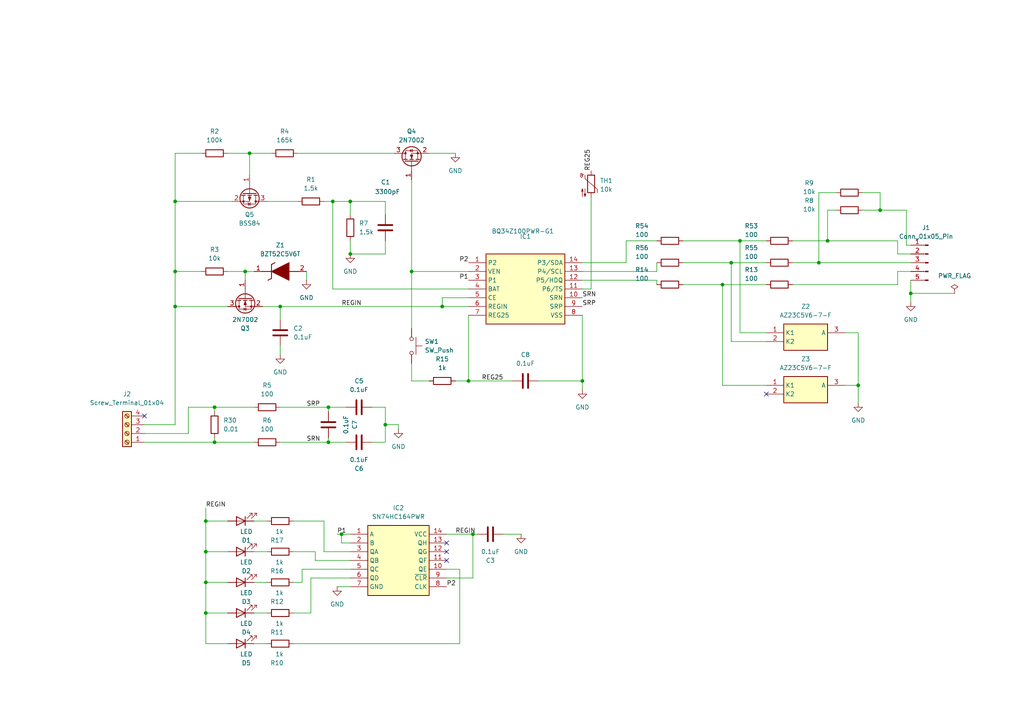
<source format=kicad_sch>
(kicad_sch (version 20250114) (generator "eeschema") (generator_version "9.0")
  (paper "A4")
  (lib_symbols
    (symbol "AZ23C5V6-7-F:AZ23C5V6-7-F"
      (property "Reference" "Z" (at 19.05 7.62 0))
      (property "Value" "AZ23C5V6-7-F" (at 19.05 5.08 0))
      (symbol "AZ23C5V6-7-F_1_1"
        (rectangle (start 5.08 2.54) (end 17.78 -5.08) (stroke (width 0.254)) (fill (type background)))
        (pin passive line (at 0 0 0) (length 5.08) (name "K1") (number "1"))
        (pin passive line (at 0 -2.54 0) (length 5.08) (name "K2") (number "2"))
        (pin passive line (at 22.86 0 180) (length 5.08) (name "A") (number "3"))
      )
    )
    (symbol "BQ34Z100PWR-G1:BQ34Z100PWR-G1"
      (property "Reference" "IC" (at 29.21 7.62 0))
      (property "Value" "BQ34Z100PWR-G1" (at 29.21 5.08 0))
      (symbol "BQ34Z100PWR-G1_1_1"
        (rectangle (start 5.08 2.54) (end 27.94 -17.78) (stroke (width 0.254)) (fill (type background)))
        (pin passive line (at 0 0 0) (length 5.08) (name "P2") (number "1"))
        (pin passive line (at 0 -2.54 0) (length 5.08) (name "VEN") (number "2"))
        (pin passive line (at 0 -5.08 0) (length 5.08) (name "P1") (number "3"))
        (pin passive line (at 0 -7.62 0) (length 5.08) (name "BAT") (number "4"))
        (pin passive line (at 0 -10.16 0) (length 5.08) (name "CE") (number "5"))
        (pin passive line (at 0 -12.7 0) (length 5.08) (name "REGIN") (number "6"))
        (pin passive line (at 0 -15.24 0) (length 5.08) (name "REG25") (number "7"))
        (pin passive line (at 33.02 0 180) (length 5.08) (name "P3/SDA") (number "14"))
        (pin passive line (at 33.02 -2.54 180) (length 5.08) (name "P4/SCL") (number "13"))
        (pin passive line (at 33.02 -5.08 180) (length 5.08) (name "P5/HDQ") (number "12"))
        (pin passive line (at 33.02 -7.62 180) (length 5.08) (name "P6/TS") (number "11"))
        (pin passive line (at 33.02 -10.16 180) (length 5.08) (name "SRN") (number "10"))
        (pin passive line (at 33.02 -12.7 180) (length 5.08) (name "SRP") (number "9"))
        (pin passive line (at 33.02 -15.24 180) (length 5.08) (name "VSS") (number "8"))
      )
    )
    (symbol "BZT52C5V6T:BZT52C5V6T" (pin_names (hide yes))
      (property "Reference" "Z" (at 10.16 8.89 0))
      (property "Value" "BZT52C5V6T" (at 10.16 6.35 0))
      (symbol "BZT52C5V6T_1_1"
        (polyline (pts (xy 2.54 0) (xy 5.08 0)) (stroke (width 0.254)))
        (polyline (pts (xy 4.064 -2.54) (xy 5.08 -2.032)) (stroke (width 0.254)))
        (polyline (pts (xy 5.08 2.032) (xy 5.08 -2.032)) (stroke (width 0.254)))
        (polyline (pts (xy 5.08 2.032) (xy 6.096 2.54)) (stroke (width 0.254)))
        (polyline (pts (xy 5.08 0) (xy 10.16 2.54) (xy 10.16 -2.54) (xy 5.08 0)) (stroke (width 0.254)) (fill (type outline)))
        (polyline (pts (xy 12.7 0) (xy 10.16 0)) (stroke (width 0.254)))
        (pin passive line (at 0 0 0) (length 2.54) (name "K") (number "1"))
        (pin passive line (at 15.24 0 180) (length 2.54) (name "A") (number "2"))
      )
    )
    (symbol "Connector:Conn_01x05_Pin" (pin_names (offset 1.016) (hide yes))
      (property "Reference" "J" (at 0 7.62 0))
      (property "Value" "Conn_01x05_Pin" (at 0 -7.62 0))
      (symbol "Conn_01x05_Pin_1_1"
        (rectangle (start 0.8636 5.207) (end 0 4.953) (stroke (width 0.1524)) (fill (type outline)))
        (rectangle (start 0.8636 2.667) (end 0 2.413) (stroke (width 0.1524)) (fill (type outline)))
        (rectangle (start 0.8636 0.127) (end 0 -0.127) (stroke (width 0.1524)) (fill (type outline)))
        (rectangle (start 0.8636 -2.413) (end 0 -2.667) (stroke (width 0.1524)) (fill (type outline)))
        (rectangle (start 0.8636 -4.953) (end 0 -5.207) (stroke (width 0.1524)) (fill (type outline)))
        (polyline (pts (xy 1.27 5.08) (xy 0.8636 5.08)) (stroke (width 0.1524)))
        (polyline (pts (xy 1.27 2.54) (xy 0.8636 2.54)) (stroke (width 0.1524)))
        (polyline (pts (xy 1.27 0) (xy 0.8636 0)) (stroke (width 0.1524)))
        (polyline (pts (xy 1.27 -2.54) (xy 0.8636 -2.54)) (stroke (width 0.1524)))
        (polyline (pts (xy 1.27 -5.08) (xy 0.8636 -5.08)) (stroke (width 0.1524)))
        (pin passive line (at 5.08 5.08 180) (length 3.81) (name "Pin_1") (number "1"))
        (pin passive line (at 5.08 2.54 180) (length 3.81) (name "Pin_2") (number "2"))
        (pin passive line (at 5.08 0 180) (length 3.81) (name "Pin_3") (number "3"))
        (pin passive line (at 5.08 -2.54 180) (length 3.81) (name "Pin_4") (number "4"))
        (pin passive line (at 5.08 -5.08 180) (length 3.81) (name "Pin_5") (number "5"))
      )
    )
    (symbol "Connector:Screw_Terminal_01x04" (pin_names (offset 1.016) (hide yes))
      (property "Reference" "J" (at 0 5.08 0))
      (property "Value" "Screw_Terminal_01x04" (at 0 -7.62 0))
      (symbol "Screw_Terminal_01x04_1_1"
        (rectangle (start -1.27 3.81) (end 1.27 -6.35) (stroke (width 0.254)) (fill (type background)))
        (polyline (pts (xy -0.5334 2.8702) (xy 0.3302 2.032)) (stroke (width 0.1524)))
        (polyline (pts (xy -0.5334 0.3302) (xy 0.3302 -0.508)) (stroke (width 0.1524)))
        (polyline (pts (xy -0.5334 -2.2098) (xy 0.3302 -3.048)) (stroke (width 0.1524)))
        (polyline (pts (xy -0.5334 -4.7498) (xy 0.3302 -5.588)) (stroke (width 0.1524)))
        (polyline (pts (xy -0.3556 3.048) (xy 0.508 2.2098)) (stroke (width 0.1524)))
        (polyline (pts (xy -0.3556 0.508) (xy 0.508 -0.3302)) (stroke (width 0.1524)))
        (polyline (pts (xy -0.3556 -2.032) (xy 0.508 -2.8702)) (stroke (width 0.1524)))
        (polyline (pts (xy -0.3556 -4.572) (xy 0.508 -5.4102)) (stroke (width 0.1524)))
        (circle (center 0 2.54) (radius 0.635) (stroke (width 0.1524)))
        (circle (center 0 0) (radius 0.635) (stroke (width 0.1524)))
        (circle (center 0 -2.54) (radius 0.635) (stroke (width 0.1524)))
        (circle (center 0 -5.08) (radius 0.635) (stroke (width 0.1524)))
        (pin passive line (at -5.08 2.54 0) (length 3.81) (name "Pin_1") (number "1"))
        (pin passive line (at -5.08 0 0) (length 3.81) (name "Pin_2") (number "2"))
        (pin passive line (at -5.08 -2.54 0) (length 3.81) (name "Pin_3") (number "3"))
        (pin passive line (at -5.08 -5.08 0) (length 3.81) (name "Pin_4") (number "4"))
      )
    )
    (symbol "Device:C" (pin_numbers (hide yes)) (pin_names (offset 0.254))
      (property "Reference" "C" (at 0.635 2.54 0))
      (property "Value" "C" (at 0.635 -2.54 0))
      (symbol "C_0_1"
        (polyline (pts (xy -2.032 0.762) (xy 2.032 0.762)) (stroke (width 0.508)))
        (polyline (pts (xy -2.032 -0.762) (xy 2.032 -0.762)) (stroke (width 0.508)))
      )
      (symbol "C_1_1"
        (pin passive line (at 0 3.81 270) (length 2.794) (name "~") (number "1"))
        (pin passive line (at 0 -3.81 90) (length 2.794) (name "~") (number "2"))
      )
    )
    (symbol "Device:LED" (pin_numbers (hide yes)) (pin_names (offset 1.016) (hide yes))
      (property "Reference" "D" (at 0 2.54 0))
      (property "Value" "LED" (at 0 -2.54 0))
      (symbol "LED_0_1"
        (polyline (pts (xy -3.048 -0.762) (xy -4.572 -2.286) (xy -3.81 -2.286) (xy -4.572 -2.286) (xy -4.572 -1.524)))
        (polyline (pts (xy -1.778 -0.762) (xy -3.302 -2.286) (xy -2.54 -2.286) (xy -3.302 -2.286) (xy -3.302 -1.524)))
        (polyline (pts (xy -1.27 0) (xy 1.27 0)))
        (polyline (pts (xy -1.27 -1.27) (xy -1.27 1.27)) (stroke (width 0.254)))
        (polyline (pts (xy 1.27 -1.27) (xy 1.27 1.27) (xy -1.27 0) (xy 1.27 -1.27)) (stroke (width 0.254)))
      )
      (symbol "LED_1_1"
        (pin passive line (at -3.81 0 0) (length 2.54) (name "K") (number "1"))
        (pin passive line (at 3.81 0 180) (length 2.54) (name "A") (number "2"))
      )
    )
    (symbol "Device:R" (pin_numbers (hide yes)) (pin_names (offset 0))
      (property "Reference" "R" (at 2.032 0 90))
      (property "Value" "R" (at 0 0 90))
      (symbol "R_0_1"
        (rectangle (start -1.016 -2.54) (end 1.016 2.54) (stroke (width 0.254)))
      )
      (symbol "R_1_1"
        (pin passive line (at 0 3.81 270) (length 1.27) (name "~") (number "1"))
        (pin passive line (at 0 -3.81 90) (length 1.27) (name "~") (number "2"))
      )
    )
    (symbol "Device:Thermistor_NTC" (pin_numbers (hide yes)) (pin_names (offset 0))
      (property "Reference" "TH" (at -4.445 0 90))
      (property "Value" "Thermistor_NTC" (at 3.175 0 90))
      (symbol "Thermistor_NTC_0_1"
        (arc (start -3.175 2.413) (mid -3.0506 2.3165) (end -3.048 2.159))
        (arc (start -3.048 2.794) (mid -2.9736 2.9736) (end -2.794 3.048))
        (arc (start -2.794 3.048) (mid -2.6144 2.9736) (end -2.54 2.794))
        (arc (start -2.794 2.54) (mid -2.9736 2.6144) (end -3.048 2.794))
        (arc (start -2.794 1.905) (mid -2.9736 1.9794) (end -3.048 2.159))
        (arc (start -2.54 2.159) (mid -2.6144 1.9794) (end -2.794 1.905))
        (arc (start -2.159 2.794) (mid -2.434 2.5608) (end -2.794 2.54))
        (polyline (pts (xy -2.54 2.159) (xy -2.54 2.794)))
        (polyline (pts (xy -2.54 -3.683) (xy -2.54 -1.397) (xy -2.794 -2.159) (xy -2.286 -2.159) (xy -2.54 -1.397) (xy -2.54 -1.651)) (fill (type outline)))
        (polyline (pts (xy -1.778 2.54) (xy -1.778 1.524) (xy 1.778 -1.524) (xy 1.778 -2.54)))
        (polyline (pts (xy -1.778 -1.397) (xy -1.778 -3.683) (xy -2.032 -2.921) (xy -1.524 -2.921) (xy -1.778 -3.683) (xy -1.778 -3.429)) (fill (type outline)))
        (rectangle (start -1.016 2.54) (end 1.016 -2.54) (stroke (width 0.254)))
      )
      (symbol "Thermistor_NTC_1_1"
        (pin passive line (at 0 3.81 270) (length 1.27) (name "~") (number "1"))
        (pin passive line (at 0 -3.81 90) (length 1.27) (name "~") (number "2"))
      )
    )
    (symbol "SN74HC164PWR:SN74HC164PWR"
      (property "Reference" "IC" (at 24.13 7.62 0))
      (property "Value" "SN74HC164PWR" (at 24.13 5.08 0))
      (symbol "SN74HC164PWR_1_1"
        (rectangle (start 5.08 2.54) (end 22.86 -17.78) (stroke (width 0.254)) (fill (type background)))
        (pin passive line (at 0 0 0) (length 5.08) (name "A") (number "1"))
        (pin passive line (at 0 -2.54 0) (length 5.08) (name "B") (number "2"))
        (pin passive line (at 0 -5.08 0) (length 5.08) (name "QA") (number "3"))
        (pin passive line (at 0 -7.62 0) (length 5.08) (name "QB") (number "4"))
        (pin passive line (at 0 -10.16 0) (length 5.08) (name "QC") (number "5"))
        (pin passive line (at 0 -12.7 0) (length 5.08) (name "QD") (number "6"))
        (pin passive line (at 0 -15.24 0) (length 5.08) (name "GND") (number "7"))
        (pin passive line (at 27.94 0 180) (length 5.08) (name "VCC") (number "14"))
        (pin passive line (at 27.94 -2.54 180) (length 5.08) (name "QH") (number "13"))
        (pin passive line (at 27.94 -5.08 180) (length 5.08) (name "QG") (number "12"))
        (pin passive line (at 27.94 -7.62 180) (length 5.08) (name "QF") (number "11"))
        (pin passive line (at 27.94 -10.16 180) (length 5.08) (name "QE") (number "10"))
        (pin passive line (at 27.94 -12.7 180) (length 5.08) (name "~{CLR}") (number "9"))
        (pin passive line (at 27.94 -15.24 180) (length 5.08) (name "CLK") (number "8"))
      )
    )
    (symbol "Switch:SW_Push" (pin_numbers (hide yes)) (pin_names (offset 1.016) (hide yes))
      (property "Reference" "SW" (at 1.27 2.54 0))
      (property "Value" "SW_Push" (at 0 -1.524 0))
      (symbol "SW_Push_0_1"
        (circle (center -2.032 0) (radius 0.508))
        (polyline (pts (xy 0 1.27) (xy 0 3.048)))
        (circle (center 2.032 0) (radius 0.508))
        (polyline (pts (xy 2.54 1.27) (xy -2.54 1.27)))
        (pin passive line (at -5.08 0 0) (length 2.54) (name "1") (number "1"))
        (pin passive line (at 5.08 0 180) (length 2.54) (name "2") (number "2"))
      )
    )
    (symbol "Transistor_FET:2N7002" (pin_names (offset 0) (hide yes))
      (property "Reference" "Q" (at 5.08 1.905 0))
      (property "Value" "2N7002" (at 5.08 0 0))
      (symbol "2N7002_0_1"
        (polyline (pts (xy 0.254 1.905) (xy 0.254 -1.905)) (stroke (width 0.254)))
        (polyline (pts (xy 0.254 0) (xy -2.54 0)))
        (polyline (pts (xy 0.762 2.286) (xy 0.762 1.27)) (stroke (width 0.254)))
        (polyline (pts (xy 0.762 0.508) (xy 0.762 -0.508)) (stroke (width 0.254)))
        (polyline (pts (xy 0.762 -1.27) (xy 0.762 -2.286)) (stroke (width 0.254)))
        (polyline (pts (xy 0.762 -1.778) (xy 3.302 -1.778) (xy 3.302 1.778) (xy 0.762 1.778)))
        (polyline (pts (xy 1.016 0) (xy 2.032 0.381) (xy 2.032 -0.381) (xy 1.016 0)) (fill (type outline)))
        (circle (center 1.651 0) (radius 2.794) (stroke (width 0.254)))
        (polyline (pts (xy 2.54 2.54) (xy 2.54 1.778)))
        (circle (center 2.54 1.778) (radius 0.254) (fill (type outline)))
        (circle (center 2.54 -1.778) (radius 0.254) (fill (type outline)))
        (polyline (pts (xy 2.54 -2.54) (xy 2.54 0) (xy 0.762 0)))
        (polyline (pts (xy 2.921 0.381) (xy 3.683 0.381)))
        (polyline (pts (xy 3.302 0.381) (xy 2.921 -0.254) (xy 3.683 -0.254) (xy 3.302 0.381)))
      )
      (symbol "2N7002_1_1"
        (pin input line (at -5.08 0 0) (length 2.54) (name "G") (number "1"))
        (pin passive line (at 2.54 5.08 270) (length 2.54) (name "D") (number "3"))
        (pin passive line (at 2.54 -5.08 90) (length 2.54) (name "S") (number "2"))
      )
    )
    (symbol "Transistor_FET:BSS84" (pin_names (hide yes))
      (property "Reference" "Q" (at 5.08 1.905 0))
      (property "Value" "BSS84" (at 5.08 0 0))
      (symbol "BSS84_0_1"
        (polyline (pts (xy 0.254 1.905) (xy 0.254 -1.905)) (stroke (width 0.254)))
        (polyline (pts (xy 0.254 0) (xy -2.54 0)))
        (polyline (pts (xy 0.762 2.286) (xy 0.762 1.27)) (stroke (width 0.254)))
        (polyline (pts (xy 0.762 1.778) (xy 3.302 1.778) (xy 3.302 -1.778) (xy 0.762 -1.778)))
        (polyline (pts (xy 0.762 0.508) (xy 0.762 -0.508)) (stroke (width 0.254)))
        (polyline (pts (xy 0.762 -1.27) (xy 0.762 -2.286)) (stroke (width 0.254)))
        (circle (center 1.651 0) (radius 2.794) (stroke (width 0.254)))
        (polyline (pts (xy 2.286 0) (xy 1.27 0.381) (xy 1.27 -0.381) (xy 2.286 0)) (fill (type outline)))
        (polyline (pts (xy 2.54 2.54) (xy 2.54 1.778)))
        (circle (center 2.54 1.778) (radius 0.254) (fill (type outline)))
        (circle (center 2.54 -1.778) (radius 0.254) (fill (type outline)))
        (polyline (pts (xy 2.54 -2.54) (xy 2.54 0) (xy 0.762 0)))
        (polyline (pts (xy 2.794 -0.508) (xy 2.921 -0.381) (xy 3.683 -0.381) (xy 3.81 -0.254)))
        (polyline (pts (xy 3.302 -0.381) (xy 2.921 0.254) (xy 3.683 0.254) (xy 3.302 -0.381)))
      )
      (symbol "BSS84_1_1"
        (pin input line (at -5.08 0 0) (length 2.54) (name "G") (number "1"))
        (pin passive line (at 2.54 5.08 270) (length 2.54) (name "D") (number "3"))
        (pin passive line (at 2.54 -5.08 90) (length 2.54) (name "S") (number "2"))
      )
    )
    (symbol "power:GND" (power) (pin_numbers (hide yes)) (pin_names (offset 0) (hide yes))
      (property "Value" "GND" (at 0 -3.81 0))
      (symbol "GND_0_1"
        (polyline (pts (xy 0 0) (xy 0 -1.27) (xy 1.27 -1.27) (xy 0 -2.54) (xy -1.27 -1.27) (xy 0 -1.27)))
      )
      (symbol "GND_1_1"
        (pin power_in line (at 0 0 270) (length 0) (name "~") (number "1"))
      )
    )
    (symbol "power:PWR_FLAG" (power) (pin_numbers (hide yes)) (pin_names (offset 0) (hide yes))
      (property "Value" "PWR_FLAG" (at 0 3.81 0))
      (symbol "PWR_FLAG_0_0"
        (pin power_out line (at 0 0 90) (length 0) (name "~") (number "1"))
      )
      (symbol "PWR_FLAG_0_1"
        (polyline (pts (xy 0 0) (xy 0 1.27) (xy -1.016 1.905) (xy 0 2.54) (xy 1.016 1.905) (xy 0 1.27)))
      )
    )
  )
  (junction (at 101.6 58.42))
  (junction (at 59.69 160.02))
  (junction (at 240.03 69.85))
  (junction (at 72.39 44.45))
  (junction (at 81.28 88.9))
  (junction (at 137.16 154.94))
  (junction (at 59.69 168.91))
  (junction (at 95.25 128.27))
  (junction (at 71.12 78.74))
  (junction (at 119.38 78.74))
  (junction (at 111.76 123.19))
  (junction (at 99.06 154.94))
  (junction (at 128.27 88.9))
  (junction (at 96.52 58.42))
  (junction (at 50.8 78.74))
  (junction (at 255.27 60.96))
  (junction (at 237.49 76.2))
  (junction (at 62.23 118.11))
  (junction (at 50.8 58.42))
  (junction (at 248.92 111.76))
  (junction (at 101.6 73.66))
  (junction (at 50.8 88.9))
  (junction (at 168.91 110.49))
  (junction (at 214.63 69.85))
  (junction (at 212.09 76.2))
  (junction (at 95.25 118.11))
  (junction (at 62.23 128.27))
  (junction (at 264.16 85.09))
  (junction (at 59.69 151.13))
  (junction (at 135.89 110.49))
  (junction (at 59.69 177.8))
  (junction (at 209.55 82.55))
  (no_connect (at 129.54 157.48))
  (no_connect (at 222.25 114.3))
  (no_connect (at 129.54 160.02))
  (no_connect (at 41.91 120.65))
  (no_connect (at 129.54 162.56))
  (wire (pts (xy 73.66 186.69) (xy 77.47 186.69)))
  (wire (pts (xy 264.16 81.28) (xy 264.16 85.09)))
  (wire (pts (xy 59.69 151.13) (xy 66.04 151.13)))
  (wire (pts (xy 260.35 73.66) (xy 264.16 73.66)))
  (wire (pts (xy 99.06 154.94) (xy 101.6 154.94)))
  (wire (pts (xy 111.76 123.19) (xy 111.76 128.27)))
  (wire (pts (xy 124.46 44.45) (xy 132.08 44.45)))
  (wire (pts (xy 262.89 71.12) (xy 262.89 60.96)))
  (wire (pts (xy 59.69 168.91) (xy 59.69 177.8)))
  (wire (pts (xy 73.66 177.8) (xy 77.47 177.8)))
  (wire (pts (xy 101.6 58.42) (xy 111.76 58.42)))
  (wire (pts (xy 255.27 55.88) (xy 255.27 60.96)))
  (wire (pts (xy 96.52 58.42) (xy 101.6 58.42)))
  (wire (pts (xy 248.92 111.76) (xy 248.92 116.84)))
  (wire (pts (xy 59.69 160.02) (xy 59.69 168.91)))
  (wire (pts (xy 50.8 58.42) (xy 50.8 78.74)))
  (wire (pts (xy 54.61 125.73) (xy 41.91 125.73)))
  (wire (pts (xy 62.23 128.27) (xy 41.91 128.27)))
  (wire (pts (xy 264.16 85.09) (xy 264.16 87.63)))
  (wire (pts (xy 119.38 110.49) (xy 124.46 110.49)))
  (wire (pts (xy 250.19 60.96) (xy 255.27 60.96)))
  (wire (pts (xy 137.16 167.64) (xy 137.16 154.94)))
  (wire (pts (xy 168.91 81.28) (xy 190.5 81.28)))
  (wire (pts (xy 99.06 157.48) (xy 99.06 154.94)))
  (wire (pts (xy 168.91 83.82) (xy 171.45 83.82)))
  (wire (pts (xy 245.11 111.76) (xy 248.92 111.76)))
  (wire (pts (xy 264.16 71.12) (xy 262.89 71.12)))
  (wire (pts (xy 115.57 124.46) (xy 115.57 123.19)))
  (wire (pts (xy 222.25 99.06) (xy 212.09 99.06)))
  (wire (pts (xy 62.23 127) (xy 62.23 128.27)))
  (wire (pts (xy 128.27 88.9) (xy 135.89 88.9)))
  (wire (pts (xy 85.09 168.91) (xy 87.63 168.91)))
  (wire (pts (xy 137.16 154.94) (xy 138.43 154.94)))
  (wire (pts (xy 66.04 186.69) (xy 59.69 186.69)))
  (wire (pts (xy 101.6 157.48) (xy 99.06 157.48)))
  (wire (pts (xy 156.21 110.49) (xy 168.91 110.49)))
  (wire (pts (xy 260.35 69.85) (xy 260.35 73.66)))
  (wire (pts (xy 50.8 44.45) (xy 58.42 44.45)))
  (wire (pts (xy 85.09 151.13) (xy 93.98 151.13)))
  (wire (pts (xy 62.23 118.11) (xy 62.23 119.38)))
  (wire (pts (xy 71.12 78.74) (xy 73.66 78.74)))
  (wire (pts (xy 248.92 96.52) (xy 248.92 111.76)))
  (wire (pts (xy 171.45 83.82) (xy 171.45 57.15)))
  (wire (pts (xy 66.04 88.9) (xy 50.8 88.9)))
  (wire (pts (xy 111.76 58.42) (xy 111.76 62.23)))
  (wire (pts (xy 190.5 81.28) (xy 190.5 82.55)))
  (wire (pts (xy 214.63 69.85) (xy 222.25 69.85)))
  (wire (pts (xy 214.63 69.85) (xy 214.63 96.52)))
  (wire (pts (xy 76.2 88.9) (xy 81.28 88.9)))
  (wire (pts (xy 96.52 83.82) (xy 96.52 58.42)))
  (wire (pts (xy 111.76 118.11) (xy 111.76 123.19)))
  (wire (pts (xy 146.05 154.94) (xy 151.13 154.94)))
  (wire (pts (xy 212.09 76.2) (xy 222.25 76.2)))
  (wire (pts (xy 86.36 44.45) (xy 114.3 44.45)))
  (wire (pts (xy 264.16 85.09) (xy 276.86 85.09)))
  (wire (pts (xy 93.98 160.02) (xy 101.6 160.02)))
  (wire (pts (xy 73.66 160.02) (xy 77.47 160.02)))
  (wire (pts (xy 72.39 44.45) (xy 78.74 44.45)))
  (wire (pts (xy 222.25 111.76) (xy 209.55 111.76)))
  (wire (pts (xy 54.61 118.11) (xy 54.61 125.73)))
  (wire (pts (xy 71.12 81.28) (xy 71.12 78.74)))
  (wire (pts (xy 168.91 110.49) (xy 168.91 113.03)))
  (wire (pts (xy 95.25 118.11) (xy 95.25 119.38)))
  (wire (pts (xy 95.25 127) (xy 95.25 128.27)))
  (wire (pts (xy 101.6 69.85) (xy 101.6 73.66)))
  (wire (pts (xy 81.28 88.9) (xy 128.27 88.9)))
  (wire (pts (xy 240.03 69.85) (xy 260.35 69.85)))
  (wire (pts (xy 111.76 73.66) (xy 111.76 69.85)))
  (wire (pts (xy 81.28 88.9) (xy 81.28 92.71)))
  (wire (pts (xy 58.42 78.74) (xy 50.8 78.74)))
  (wire (pts (xy 85.09 160.02) (xy 91.44 160.02)))
  (wire (pts (xy 50.8 78.74) (xy 50.8 88.9)))
  (wire (pts (xy 240.03 60.96) (xy 240.03 69.85)))
  (wire (pts (xy 101.6 58.42) (xy 101.6 62.23)))
  (wire (pts (xy 229.87 82.55) (xy 260.35 82.55)))
  (wire (pts (xy 77.47 58.42) (xy 86.36 58.42)))
  (wire (pts (xy 198.12 82.55) (xy 209.55 82.55)))
  (wire (pts (xy 93.98 58.42) (xy 96.52 58.42)))
  (wire (pts (xy 181.61 69.85) (xy 190.5 69.85)))
  (wire (pts (xy 255.27 60.96) (xy 262.89 60.96)))
  (wire (pts (xy 168.91 76.2) (xy 181.61 76.2)))
  (wire (pts (xy 255.27 55.88) (xy 250.19 55.88)))
  (wire (pts (xy 73.66 128.27) (xy 62.23 128.27)))
  (wire (pts (xy 59.69 147.32) (xy 59.69 151.13)))
  (wire (pts (xy 135.89 91.44) (xy 135.89 110.49)))
  (wire (pts (xy 91.44 162.56) (xy 101.6 162.56)))
  (wire (pts (xy 133.35 165.1) (xy 129.54 165.1)))
  (wire (pts (xy 129.54 154.94) (xy 137.16 154.94)))
  (wire (pts (xy 198.12 69.85) (xy 214.63 69.85)))
  (wire (pts (xy 81.28 128.27) (xy 95.25 128.27)))
  (wire (pts (xy 135.89 110.49) (xy 148.59 110.49)))
  (wire (pts (xy 260.35 78.74) (xy 264.16 78.74)))
  (wire (pts (xy 59.69 151.13) (xy 59.69 160.02)))
  (wire (pts (xy 93.98 151.13) (xy 93.98 160.02)))
  (wire (pts (xy 135.89 83.82) (xy 96.52 83.82)))
  (wire (pts (xy 237.49 76.2) (xy 264.16 76.2)))
  (wire (pts (xy 115.57 123.19) (xy 111.76 123.19)))
  (wire (pts (xy 59.69 160.02) (xy 66.04 160.02)))
  (wire (pts (xy 87.63 168.91) (xy 87.63 165.1)))
  (wire (pts (xy 229.87 76.2) (xy 237.49 76.2)))
  (wire (pts (xy 41.91 123.19) (xy 50.8 123.19)))
  (wire (pts (xy 59.69 168.91) (xy 66.04 168.91)))
  (wire (pts (xy 73.66 151.13) (xy 77.47 151.13)))
  (wire (pts (xy 95.25 128.27) (xy 100.33 128.27)))
  (wire (pts (xy 97.79 154.94) (xy 99.06 154.94)))
  (wire (pts (xy 245.11 96.52) (xy 248.92 96.52)))
  (wire (pts (xy 128.27 86.36) (xy 128.27 88.9)))
  (wire (pts (xy 88.9 78.74) (xy 88.9 81.28)))
  (wire (pts (xy 133.35 186.69) (xy 133.35 165.1)))
  (wire (pts (xy 107.95 118.11) (xy 111.76 118.11)))
  (wire (pts (xy 135.89 86.36) (xy 128.27 86.36)))
  (wire (pts (xy 119.38 52.07) (xy 119.38 78.74)))
  (wire (pts (xy 129.54 167.64) (xy 137.16 167.64)))
  (wire (pts (xy 229.87 69.85) (xy 240.03 69.85)))
  (wire (pts (xy 212.09 76.2) (xy 212.09 99.06)))
  (wire (pts (xy 71.12 78.74) (xy 66.04 78.74)))
  (wire (pts (xy 85.09 177.8) (xy 90.17 177.8)))
  (wire (pts (xy 190.5 78.74) (xy 190.5 76.2)))
  (wire (pts (xy 237.49 55.88) (xy 237.49 76.2)))
  (wire (pts (xy 90.17 167.64) (xy 101.6 167.64)))
  (wire (pts (xy 260.35 82.55) (xy 260.35 78.74)))
  (wire (pts (xy 81.28 100.33) (xy 81.28 102.87)))
  (wire (pts (xy 95.25 118.11) (xy 100.33 118.11)))
  (wire (pts (xy 87.63 165.1) (xy 101.6 165.1)))
  (wire (pts (xy 59.69 177.8) (xy 66.04 177.8)))
  (wire (pts (xy 222.25 96.52) (xy 214.63 96.52)))
  (wire (pts (xy 101.6 73.66) (xy 111.76 73.66)))
  (wire (pts (xy 242.57 60.96) (xy 240.03 60.96)))
  (wire (pts (xy 119.38 105.41) (xy 119.38 110.49)))
  (wire (pts (xy 81.28 118.11) (xy 95.25 118.11)))
  (wire (pts (xy 66.04 44.45) (xy 72.39 44.45)))
  (wire (pts (xy 209.55 82.55) (xy 209.55 111.76)))
  (wire (pts (xy 198.12 76.2) (xy 212.09 76.2)))
  (wire (pts (xy 132.08 110.49) (xy 135.89 110.49)))
  (wire (pts (xy 97.79 170.18) (xy 101.6 170.18)))
  (wire (pts (xy 59.69 177.8) (xy 59.69 186.69)))
  (wire (pts (xy 181.61 76.2) (xy 181.61 69.85)))
  (wire (pts (xy 67.31 58.42) (xy 50.8 58.42)))
  (wire (pts (xy 168.91 91.44) (xy 168.91 110.49)))
  (wire (pts (xy 111.76 128.27) (xy 107.95 128.27)))
  (wire (pts (xy 73.66 168.91) (xy 77.47 168.91)))
  (wire (pts (xy 72.39 44.45) (xy 72.39 50.8)))
  (wire (pts (xy 85.09 186.69) (xy 133.35 186.69)))
  (wire (pts (xy 209.55 82.55) (xy 222.25 82.55)))
  (wire (pts (xy 91.44 160.02) (xy 91.44 162.56)))
  (wire (pts (xy 50.8 123.19) (xy 50.8 88.9)))
  (wire (pts (xy 242.57 55.88) (xy 237.49 55.88)))
  (wire (pts (xy 73.66 118.11) (xy 62.23 118.11)))
  (wire (pts (xy 119.38 78.74) (xy 119.38 95.25)))
  (wire (pts (xy 90.17 177.8) (xy 90.17 167.64)))
  (wire (pts (xy 119.38 78.74) (xy 135.89 78.74)))
  (wire (pts (xy 50.8 44.45) (xy 50.8 58.42)))
  (wire (pts (xy 62.23 118.11) (xy 54.61 118.11)))
  (wire (pts (xy 168.91 78.74) (xy 190.5 78.74)))
  (label "SRP" (at 168.91 88.9 0))
  (label "REGIN" (at 99.06 88.9 0))
  (label "SRN" (at 88.9 128.27 0))
  (label "REGIN" (at 59.69 147.32 0))
  (label "REGIN" (at 132.08 154.94 0))
  (label "SRN" (at 168.91 86.36 0))
  (label "REG25" (at 139.7 110.49 0))
  (label "P1" (at 97.79 154.94 0))
  (label "P1" (at 135.89 81.28 180))
  (label "REG25" (at 171.45 49.53 90))
  (label "P2" (at 135.89 76.2 180))
  (label "SRP" (at 88.9 118.11 0))
  (label "P2" (at 129.54 170.18 0))
  (symbol (lib_id "Device:R") (at 246.38 55.88 90) (unit 1)
    (property "Reference" "R9" (at 234.696 53.086 90))
    (property "Value" "10k" (at 234.696 55.626 90))
    (property "Footprint" "Resistor_SMD:R_1206_3216Metric_Pad1.30x1.75mm_HandSolder" (effects (hide yes)))
    (property "Description" "Resistor" (effects (hide yes)))
  )
  (symbol (lib_id "Device:C") (at 111.76 66.04 0) (unit 1)
    (property "Reference" "C1" (at 110.49 52.832 0) (effects (justify left)))
    (property "Value" "3300pF" (at 108.712 55.626 0) (effects (justify left)))
    (property "Footprint" "Capacitor_SMD:C_1206_3216Metric_Pad1.33x1.80mm_HandSolder" (effects (hide yes)))
    (property "Description" "Unpolarized capacitor" (effects (hide yes)))
  )
  (symbol (lib_id "Connector:Screw_Terminal_01x04") (at 36.83 125.73 180) (unit 1)
    (property "Reference" "J2" (at 36.83 114.3 0))
    (property "Value" "Screw_Terminal_01x04" (at 36.83 116.84 0))
    (property "Footprint" "TerminalBlock_MetzConnect:TerminalBlock_MetzConnect_Type055_RT01504HDWU_1x04_P5.00mm_Horizontal" (effects (hide yes)))
    (property "Description" "Generic screw terminal, single row, 01x04, script generated (kicad-library-utils/schlib/autogen/connector/)" (effects (hide yes)))
  )
  (symbol (lib_id "Device:R") (at 77.47 128.27 90) (unit 1)
    (property "Reference" "R6" (at 77.47 121.92 90))
    (property "Value" "100" (at 77.47 124.46 90))
    (property "Footprint" "Resistor_SMD:R_1206_3216Metric_Pad1.30x1.75mm_HandSolder" (effects (hide yes)))
    (property "Description" "Resistor" (effects (hide yes)))
  )
  (symbol (lib_id "Device:R") (at 62.23 78.74 90) (unit 1)
    (property "Reference" "R3" (at 62.23 72.39 90))
    (property "Value" "10k" (at 62.23 74.93 90))
    (property "Footprint" "Resistor_SMD:R_1206_3216Metric_Pad1.30x1.75mm_HandSolder" (effects (hide yes)))
    (property "Description" "Resistor" (effects (hide yes)))
  )
  (symbol (lib_id "Transistor_FET:BSS84") (at 72.39 55.88 270) (unit 1)
    (property "Reference" "Q5" (at 72.39 62.23 90))
    (property "Value" "BSS84" (at 72.39 64.77 90))
    (property "Footprint" "Package_TO_SOT_SMD:SOT-23" (effects (hide yes)))
    (property "Datasheet" "http://assets.nexperia.com/documents/data-sheet/BSS84.pdf" (effects (hide yes)))
    (property "Description" "-0.13A Id, -50V Vds, P-Channel MOSFET, SOT-23" (effects (hide yes)))
  )
  (symbol (lib_id "power:GND") (at 264.16 87.63 0) (unit 1)
    (property "Reference" "#PWR01" (effects (hide yes)))
    (property "Value" "GND" (at 264.16 92.71 0))
    (property "Description" "Power symbol creates a global label with name \"GND\" , ground" (effects (hide yes)))
  )
  (symbol (lib_id "BQ34Z100PWR-G1:BQ34Z100PWR-G1") (at 135.89 76.2 0) (unit 1)
    (property "Reference" "IC1" (at 152.4 68.58 0))
    (property "Value" "BQ34Z100PWR-G1" (at 151.638 67.056 0))
    (property "Footprint" "KiCad:SOP65P640X120-14N" (effects (hide yes)))
    (property "Datasheet" "http://www.ti.com/lit/ds/symlink/bq34z100-g1.pdf" (effects (hide yes)))
    (property "Description" "Multi-Chemistry Impedance Track Standalone Fuel Gauge | Battery Gas Gauge" (effects (hide yes)))
    (property "Description_1" "Multi-Chemistry Impedance Track Standalone Fuel Gauge | Battery Gas Gauge" (effects (hide yes)))
    (property "Height" "1.2" (effects (hide yes)))
    (property "Manufacturer_Name" "Texas Instruments" (effects (hide yes)))
    (property "Manufacturer_Part_Number" "BQ34Z100PWR-G1" (effects (hide yes)))
    (property "Mouser Part Number" "595-BQ34Z100PWR-G1" (effects (hide yes)))
    (property "Mouser Price/Stock" "https://www.mouser.co.uk/ProductDetail/Texas-Instruments/BQ34Z100PWR-G1?qs=igE0IiKpbrGE%2FNmDcdE48w%3D%3D" (effects (hide yes)))
    (property "Arrow Part Number" "BQ34Z100PWR-G1" (effects (hide yes)))
    (property "Arrow Price/Stock" "https://www.arrow.com/en/products/bq34z100pwr-g1/texas-instruments?utm_currency=USD&region=nac" (effects (hide yes)))
  )
  (symbol (lib_id "Device:R") (at 226.06 76.2 90) (unit 1)
    (property "Reference" "R55" (at 217.932 71.882 90))
    (property "Value" "100" (at 217.932 74.422 90))
    (property "Footprint" "Resistor_SMD:R_1206_3216Metric_Pad1.30x1.75mm_HandSolder" (effects (hide yes)))
    (property "Description" "Resistor" (effects (hide yes)))
  )
  (symbol (lib_id "AZ23C5V6-7-F:AZ23C5V6-7-F") (at 222.25 111.76 0) (unit 1)
    (property "Reference" "Z3" (at 233.68 104.14 0))
    (property "Value" "AZ23C5V6-7-F" (at 233.68 106.68 0))
    (property "Footprint" "KiCad:SOT96P240X115-3N" (effects (hide yes)))
    (property "Datasheet" "https://www.diodes.com//assets/Datasheets/AZ23C2V7-AZ23C51.pdf" (effects (hide yes)))
    (property "Description" "Diode Zener 5.6V 5% 300mW SOT23 Diodes Inc AZ23C5V6-7-F Dual Zener Diode, Common Anode, 5.6V 5% 0.3 W SMT 3-Pin SOT-23" (effects (hide yes)))
    (property "Height" "1.15" (effects (hide yes)))
    (property "Manufacturer_Name" "Diodes Incorporated" (effects (hide yes)))
    (property "Manufacturer_Part_Number" "AZ23C5V6-7-F" (effects (hide yes)))
    (property "Mouser Part Number" "621-AZ23C5V6-F" (effects (hide yes)))
    (property "Mouser Price/Stock" "https://www.mouser.co.uk/ProductDetail/Diodes-Incorporated/AZ23C5V6-7-F?qs=xQ7EkeYTsWGNI9v36qvVFw%3D%3D" (effects (hide yes)))
    (property "Arrow Part Number" "AZ23C5V6-7-F" (effects (hide yes)))
    (property "Arrow Price/Stock" "https://www.arrow.com/en/products/az23c5v6-7-f/diodes-incorporated?utm_currency=USD&region=nac" (effects (hide yes)))
  )
  (symbol (lib_id "Device:R") (at 62.23 123.19 180) (unit 1)
    (property "Reference" "R30" (at 64.77 121.9199 0) (effects (justify right)))
    (property "Value" "0.01" (at 64.77 124.4599 0) (effects (justify right)))
    (property "Footprint" "Resistor_SMD:R_1206_3216Metric_Pad1.30x1.75mm_HandSolder" (effects (hide yes)))
    (property "Description" "Resistor" (effects (hide yes)))
  )
  (symbol (lib_id "Device:R") (at 226.06 82.55 90) (unit 1)
    (property "Reference" "R13" (at 217.932 78.232 90))
    (property "Value" "100" (at 217.932 80.772 90))
    (property "Footprint" "Resistor_SMD:R_1206_3216Metric_Pad1.30x1.75mm_HandSolder" (effects (hide yes)))
    (property "Description" "Resistor" (effects (hide yes)))
  )
  (symbol (lib_id "power:GND") (at 101.6 73.66 0) (unit 1)
    (property "Reference" "#PWR05" (effects (hide yes)))
    (property "Value" "GND" (at 101.6 78.74 0))
    (property "Description" "Power symbol creates a global label with name \"GND\" , ground" (effects (hide yes)))
  )
  (symbol (lib_id "Device:R") (at 90.17 58.42 90) (unit 1)
    (property "Reference" "R1" (at 90.17 52.07 90))
    (property "Value" "1.5k" (at 90.17 54.61 90))
    (property "Footprint" "Resistor_SMD:R_1206_3216Metric_Pad1.30x1.75mm_HandSolder" (effects (hide yes)))
    (property "Description" "Resistor" (effects (hide yes)))
  )
  (symbol (lib_id "Device:R") (at 101.6 66.04 0) (unit 1)
    (property "Reference" "R7" (at 104.14 64.7699 0) (effects (justify left)))
    (property "Value" "1.5k" (at 104.14 67.3099 0) (effects (justify left)))
    (property "Footprint" "Resistor_SMD:R_1206_3216Metric_Pad1.30x1.75mm_HandSolder" (effects (hide yes)))
    (property "Description" "Resistor" (effects (hide yes)))
  )
  (symbol (lib_id "Transistor_FET:2N7002") (at 71.12 86.36 90) (mirror x) (unit 1)
    (property "Reference" "Q3" (at 71.12 95.25 90))
    (property "Value" "2N7002" (at 71.12 92.71 90))
    (property "Footprint" "Package_TO_SOT_SMD:SOT-23" (effects (hide yes)))
    (property "Datasheet" "https://www.onsemi.com/pub/Collateral/NDS7002A-D.PDF" (effects (hide yes)))
    (property "Description" "0.115A Id, 60V Vds, N-Channel MOSFET, SOT-23" (effects (hide yes)))
  )
  (symbol (lib_id "Device:LED") (at 69.85 177.8 180) (unit 1)
    (property "Reference" "D4" (at 71.4375 183.388 0))
    (property "Value" "LED" (at 71.4375 180.848 0))
    (property "Footprint" "Resistor_SMD:R_1206_3216Metric_Pad1.30x1.75mm_HandSolder" (effects (hide yes)))
    (property "Description" "Light emitting diode" (effects (hide yes)))
    (property "Sim.Pins" "1=K 2=A" (effects (hide yes)))
  )
  (symbol (lib_id "Device:LED") (at 69.85 160.02 180) (unit 1)
    (property "Reference" "D2" (at 71.4375 165.608 0))
    (property "Value" "LED" (at 71.4375 163.068 0))
    (property "Footprint" "Resistor_SMD:R_1206_3216Metric_Pad1.30x1.75mm_HandSolder" (effects (hide yes)))
    (property "Description" "Light emitting diode" (effects (hide yes)))
    (property "Sim.Pins" "1=K 2=A" (effects (hide yes)))
  )
  (symbol (lib_id "SN74HC164PWR:SN74HC164PWR") (at 101.6 154.94 0) (unit 1)
    (property "Reference" "IC2" (at 115.57 147.32 0))
    (property "Value" "SN74HC164PWR" (at 115.57 149.86 0))
    (property "Footprint" "KiCad:SOP65P640X120-14N" (effects (hide yes)))
    (property "Datasheet" "http://www.ti.com/lit/gpn/sn74hc164" (effects (hide yes)))
    (property "Description" "8-Bit Parallel-Out Serial Shift Registers" (effects (hide yes)))
    (property "Height" "1.2" (effects (hide yes)))
    (property "Manufacturer_Name" "Texas Instruments" (effects (hide yes)))
    (property "Manufacturer_Part_Number" "SN74HC164PWR" (effects (hide yes)))
    (property "Mouser Part Number" "595-SN74HC164PWR" (effects (hide yes)))
    (property "Mouser Price/Stock" "https://www.mouser.co.uk/ProductDetail/Texas-Instruments/SN74HC164PWR?qs=rgxfVHSNRPUUA6cIRqtUEQ%3D%3D" (effects (hide yes)))
    (property "Arrow Part Number" "SN74HC164PWR" (effects (hide yes)))
    (property "Arrow Price/Stock" "https://www.arrow.com/en/products/sn74hc164pwr/texas-instruments?utm_currency=USD&region=nac" (effects (hide yes)))
  )
  (symbol (lib_id "Device:C") (at 104.14 128.27 270) (unit 1)
    (property "Reference" "C6" (at 104.14 135.89 90))
    (property "Value" "0.1uF" (at 104.14 133.35 90))
    (property "Footprint" "Capacitor_SMD:C_1206_3216Metric_Pad1.33x1.80mm_HandSolder" (effects (hide yes)))
    (property "Description" "Unpolarized capacitor" (effects (hide yes)))
  )
  (symbol (lib_id "Device:C") (at 152.4 110.49 90) (unit 1)
    (property "Reference" "C8" (at 152.4 102.87 90))
    (property "Value" "0.1uF" (at 152.4 105.41 90))
    (property "Footprint" "Capacitor_SMD:C_1206_3216Metric_Pad1.33x1.80mm_HandSolder" (effects (hide yes)))
    (property "Description" "Unpolarized capacitor" (effects (hide yes)))
  )
  (symbol (lib_id "Connector:Conn_01x05_Pin") (at 269.24 76.2 0) (mirror y) (unit 1)
    (property "Reference" "J1" (at 268.605 66.04 0))
    (property "Value" "Conn_01x05_Pin" (at 268.605 68.58 0))
    (property "Footprint" "Connector_PinHeader_2.54mm:PinHeader_1x05_P2.54mm_Vertical" (effects (hide yes)))
    (property "Description" "Generic connector, single row, 01x05, script generated" (effects (hide yes)))
  )
  (symbol (lib_id "power:GND") (at 168.91 113.03 0) (unit 1)
    (property "Reference" "#PWR07" (effects (hide yes)))
    (property "Value" "GND" (at 168.91 118.11 0))
    (property "Description" "Power symbol creates a global label with name \"GND\" , ground" (effects (hide yes)))
  )
  (symbol (lib_id "Device:R") (at 81.28 186.69 270) (unit 1)
    (property "Reference" "R10" (at 82.296 192.278 90) (effects (justify right)))
    (property "Value" "1k" (at 82.296 189.738 90) (effects (justify right)))
    (property "Footprint" "Resistor_SMD:R_1206_3216Metric_Pad1.30x1.75mm_HandSolder" (effects (hide yes)))
    (property "Description" "Resistor" (effects (hide yes)))
  )
  (symbol (lib_id "Device:C") (at 104.14 118.11 90) (unit 1)
    (property "Reference" "C5" (at 104.14 110.49 90))
    (property "Value" "0.1uF" (at 104.14 113.03 90))
    (property "Footprint" "Capacitor_SMD:C_1206_3216Metric_Pad1.33x1.80mm_HandSolder" (effects (hide yes)))
    (property "Description" "Unpolarized capacitor" (effects (hide yes)))
  )
  (symbol (lib_id "Device:R") (at 226.06 69.85 90) (unit 1)
    (property "Reference" "R53" (at 217.932 65.532 90))
    (property "Value" "100" (at 217.932 68.072 90))
    (property "Footprint" "Resistor_SMD:R_1206_3216Metric_Pad1.30x1.75mm_HandSolder" (effects (hide yes)))
    (property "Description" "Resistor" (effects (hide yes)))
  )
  (symbol (lib_id "power:GND") (at 132.08 44.45 0) (unit 1)
    (property "Reference" "#PWR04" (effects (hide yes)))
    (property "Value" "GND" (at 132.08 49.53 0))
    (property "Description" "Power symbol creates a global label with name \"GND\" , ground" (effects (hide yes)))
  )
  (symbol (lib_id "power:GND") (at 115.57 124.46 0) (unit 1)
    (property "Reference" "#PWR08" (effects (hide yes)))
    (property "Value" "GND" (at 115.57 129.54 0))
    (property "Description" "Power symbol creates a global label with name \"GND\" , ground" (effects (hide yes)))
  )
  (symbol (lib_id "Device:LED") (at 69.85 168.91 180) (unit 1)
    (property "Reference" "D3" (at 71.4375 174.498 0))
    (property "Value" "LED" (at 71.4375 171.958 0))
    (property "Footprint" "Resistor_SMD:R_1206_3216Metric_Pad1.30x1.75mm_HandSolder" (effects (hide yes)))
    (property "Description" "Light emitting diode" (effects (hide yes)))
    (property "Sim.Pins" "1=K 2=A" (effects (hide yes)))
  )
  (symbol (lib_id "Device:R") (at 81.28 151.13 270) (unit 1)
    (property "Reference" "R17" (at 82.296 156.718 90) (effects (justify right)))
    (property "Value" "1k" (at 82.296 154.178 90) (effects (justify right)))
    (property "Footprint" "Resistor_SMD:R_1206_3216Metric_Pad1.30x1.75mm_HandSolder" (effects (hide yes)))
    (property "Description" "Resistor" (effects (hide yes)))
  )
  (symbol (lib_id "Device:R") (at 128.27 110.49 90) (unit 1)
    (property "Reference" "R15" (at 128.27 104.14 90))
    (property "Value" "1k" (at 128.27 106.68 90))
    (property "Footprint" "Resistor_SMD:R_1206_3216Metric_Pad1.30x1.75mm_HandSolder" (effects (hide yes)))
    (property "Description" "Resistor" (effects (hide yes)))
  )
  (symbol (lib_id "Device:R") (at 194.31 69.85 90) (unit 1)
    (property "Reference" "R54" (at 186.182 65.532 90))
    (property "Value" "100" (at 186.182 68.072 90))
    (property "Footprint" "Resistor_SMD:R_1206_3216Metric_Pad1.30x1.75mm_HandSolder" (effects (hide yes)))
    (property "Description" "Resistor" (effects (hide yes)))
  )
  (symbol (lib_id "Device:R") (at 81.28 168.91 270) (unit 1)
    (property "Reference" "R12" (at 82.296 174.498 90) (effects (justify right)))
    (property "Value" "1k" (at 82.296 171.958 90) (effects (justify right)))
    (property "Footprint" "Resistor_SMD:R_1206_3216Metric_Pad1.30x1.75mm_HandSolder" (effects (hide yes)))
    (property "Description" "Resistor" (effects (hide yes)))
  )
  (symbol (lib_id "Device:R") (at 81.28 177.8 270) (unit 1)
    (property "Reference" "R11" (at 82.296 183.388 90) (effects (justify right)))
    (property "Value" "1k" (at 82.296 180.848 90) (effects (justify right)))
    (property "Footprint" "Resistor_SMD:R_1206_3216Metric_Pad1.30x1.75mm_HandSolder" (effects (hide yes)))
    (property "Description" "Resistor" (effects (hide yes)))
  )
  (symbol (lib_id "Device:C") (at 95.25 123.19 0) (unit 1)
    (property "Reference" "C7" (at 102.87 123.19 90))
    (property "Value" "0.1uF" (at 100.33 123.19 90))
    (property "Footprint" "Capacitor_SMD:C_1206_3216Metric_Pad1.33x1.80mm_HandSolder" (effects (hide yes)))
    (property "Description" "Unpolarized capacitor" (effects (hide yes)))
  )
  (symbol (lib_id "Device:LED") (at 69.85 151.13 180) (unit 1)
    (property "Reference" "D1" (at 71.4375 156.718 0))
    (property "Value" "LED" (at 71.4375 154.178 0))
    (property "Footprint" "Resistor_SMD:R_1206_3216Metric_Pad1.30x1.75mm_HandSolder" (effects (hide yes)))
    (property "Description" "Light emitting diode" (effects (hide yes)))
    (property "Sim.Pins" "1=K 2=A" (effects (hide yes)))
  )
  (symbol (lib_id "Switch:SW_Push") (at 119.38 100.33 270) (unit 1)
    (property "Reference" "SW1" (at 123.19 99.0599 90) (effects (justify left)))
    (property "Value" "SW_Push" (at 123.19 101.5999 90) (effects (justify left)))
    (property "Footprint" "Button_Switch_SMD:SW_Push_1P1T_NO_CK_KSC6xxG" (effects (hide yes)))
    (property "Description" "Push button switch, generic, two pins" (effects (hide yes)))
  )
  (symbol (lib_id "Device:R") (at 82.55 44.45 90) (unit 1)
    (property "Reference" "R4" (at 82.55 38.1 90))
    (property "Value" "165k" (at 82.55 40.64 90))
    (property "Footprint" "Resistor_SMD:R_1206_3216Metric_Pad1.30x1.75mm_HandSolder" (effects (hide yes)))
    (property "Description" "Resistor" (effects (hide yes)))
  )
  (symbol (lib_id "Device:R") (at 81.28 160.02 270) (unit 1)
    (property "Reference" "R16" (at 82.296 165.608 90) (effects (justify right)))
    (property "Value" "1k" (at 82.296 163.068 90) (effects (justify right)))
    (property "Footprint" "Resistor_SMD:R_1206_3216Metric_Pad1.30x1.75mm_HandSolder" (effects (hide yes)))
    (property "Description" "Resistor" (effects (hide yes)))
  )
  (symbol (lib_id "power:GND") (at 248.92 116.84 0) (unit 1)
    (property "Reference" "#PWR02" (effects (hide yes)))
    (property "Value" "GND" (at 248.92 121.92 0))
    (property "Description" "Power symbol creates a global label with name \"GND\" , ground" (effects (hide yes)))
  )
  (symbol (lib_id "Device:LED") (at 69.85 186.69 180) (unit 1)
    (property "Reference" "D5" (at 71.4375 192.278 0))
    (property "Value" "LED" (at 71.4375 189.738 0))
    (property "Footprint" "Resistor_SMD:R_1206_3216Metric_Pad1.30x1.75mm_HandSolder" (effects (hide yes)))
    (property "Description" "Light emitting diode" (effects (hide yes)))
    (property "Sim.Pins" "1=K 2=A" (effects (hide yes)))
  )
  (symbol (lib_id "Device:R") (at 194.31 82.55 90) (unit 1)
    (property "Reference" "R14" (at 186.182 78.232 90))
    (property "Value" "100" (at 186.182 80.772 90))
    (property "Footprint" "Resistor_SMD:R_1206_3216Metric_Pad1.30x1.75mm_HandSolder" (effects (hide yes)))
    (property "Description" "Resistor" (effects (hide yes)))
  )
  (symbol (lib_id "Device:R") (at 62.23 44.45 90) (unit 1)
    (property "Reference" "R2" (at 62.23 38.1 90))
    (property "Value" "100k" (at 62.23 40.64 90))
    (property "Footprint" "Resistor_SMD:R_1206_3216Metric_Pad1.30x1.75mm_HandSolder" (effects (hide yes)))
    (property "Description" "Resistor" (effects (hide yes)))
  )
  (symbol (lib_id "Device:R") (at 246.38 60.96 90) (unit 1)
    (property "Reference" "R8" (at 234.696 58.166 90))
    (property "Value" "10k" (at 234.696 60.706 90))
    (property "Footprint" "Resistor_SMD:R_1206_3216Metric_Pad1.30x1.75mm_HandSolder" (effects (hide yes)))
    (property "Description" "Resistor" (effects (hide yes)))
  )
  (symbol (lib_id "power:GND") (at 151.13 154.94 0) (unit 1)
    (property "Reference" "#PWR03" (effects (hide yes)))
    (property "Value" "GND" (at 151.13 160.02 0))
    (property "Description" "Power symbol creates a global label with name \"GND\" , ground" (effects (hide yes)))
  )
  (symbol (lib_id "Device:C") (at 142.24 154.94 270) (unit 1)
    (property "Reference" "C3" (at 142.24 162.56 90))
    (property "Value" "0.1uF" (at 142.24 160.02 90))
    (property "Footprint" "Capacitor_SMD:C_1206_3216Metric_Pad1.33x1.80mm_HandSolder" (effects (hide yes)))
    (property "Description" "Unpolarized capacitor" (effects (hide yes)))
  )
  (symbol (lib_id "Device:Thermistor_NTC") (at 171.45 53.34 0) (unit 1)
    (property "Reference" "TH1" (at 173.99 52.3874 0) (effects (justify left)))
    (property "Value" "10k" (at 173.99 54.9274 0) (effects (justify left)))
    (property "Footprint" "Resistor_THT:R_Axial_DIN0204_L3.6mm_D1.6mm_P5.08mm_Horizontal" (effects (hide yes)))
    (property "Description" "Temperature dependent resistor, negative temperature coefficient" (effects (hide yes)))
  )
  (symbol (lib_id "Device:R") (at 77.47 118.11 90) (unit 1)
    (property "Reference" "R5" (at 77.47 111.76 90))
    (property "Value" "100" (at 77.47 114.3 90))
    (property "Footprint" "Resistor_SMD:R_1206_3216Metric_Pad1.30x1.75mm_HandSolder" (effects (hide yes)))
    (property "Description" "Resistor" (effects (hide yes)))
  )
  (symbol (lib_id "power:GND") (at 97.79 170.18 0) (unit 1)
    (property "Reference" "#PWR010" (effects (hide yes)))
    (property "Value" "GND" (at 97.79 175.26 0))
    (property "Description" "Power symbol creates a global label with name \"GND\" , ground" (effects (hide yes)))
  )
  (symbol (lib_id "power:GND") (at 88.9 81.28 0) (unit 1)
    (property "Reference" "#PWR09" (effects (hide yes)))
    (property "Value" "GND" (at 88.9 86.36 0))
    (property "Description" "Power symbol creates a global label with name \"GND\" , ground" (effects (hide yes)))
  )
  (symbol (lib_id "power:PWR_FLAG") (at 276.86 85.09 0) (unit 1)
    (property "Reference" "#FLG01" (effects (hide yes)))
    (property "Value" "PWR_FLAG" (at 276.86 80.01 0))
    (property "Description" "Special symbol for telling ERC where power comes from" (effects (hide yes)))
  )
  (symbol (lib_id "AZ23C5V6-7-F:AZ23C5V6-7-F") (at 222.25 96.52 0) (unit 1)
    (property "Reference" "Z2" (at 233.68 88.9 0))
    (property "Value" "AZ23C5V6-7-F" (at 233.68 91.44 0))
    (property "Footprint" "KiCad:SOT96P240X115-3N" (effects (hide yes)))
    (property "Datasheet" "https://www.diodes.com//assets/Datasheets/AZ23C2V7-AZ23C51.pdf" (effects (hide yes)))
    (property "Description" "Diode Zener 5.6V 5% 300mW SOT23 Diodes Inc AZ23C5V6-7-F Dual Zener Diode, Common Anode, 5.6V 5% 0.3 W SMT 3-Pin SOT-23" (effects (hide yes)))
    (property "Height" "1.15" (effects (hide yes)))
    (property "Manufacturer_Name" "Diodes Incorporated" (effects (hide yes)))
    (property "Manufacturer_Part_Number" "AZ23C5V6-7-F" (effects (hide yes)))
    (property "Mouser Part Number" "621-AZ23C5V6-F" (effects (hide yes)))
    (property "Mouser Price/Stock" "https://www.mouser.co.uk/ProductDetail/Diodes-Incorporated/AZ23C5V6-7-F?qs=xQ7EkeYTsWGNI9v36qvVFw%3D%3D" (effects (hide yes)))
    (property "Arrow Part Number" "AZ23C5V6-7-F" (effects (hide yes)))
    (property "Arrow Price/Stock" "https://www.arrow.com/en/products/az23c5v6-7-f/diodes-incorporated?utm_currency=USD&region=nac" (effects (hide yes)))
  )
  (symbol (lib_id "BZT52C5V6T:BZT52C5V6T") (at 73.66 78.74 0) (unit 1)
    (property "Reference" "Z1" (at 81.28 71.12 0))
    (property "Value" "BZT52C5V6T" (at 81.28 73.66 0))
    (property "Footprint" "KiCad:SODFL1608X70N" (effects (hide yes)))
    (property "Datasheet" "https://www.mccsemi.com/pdf/Products/BZT52C(B)2V4T-BZT52C(B)39T(SOD-523).pdf" (effects (hide yes)))
    (property "Description" "Zener Diode 5.6 V 200 mW +/-7% Surface Mount SOD-523" (effects (hide yes)))
    (property "Height" "0.7" (effects (hide yes)))
    (property "Manufacturer_Name" "MCC" (effects (hide yes)))
    (property "Manufacturer_Part_Number" "BZT52C5V6T" (effects (hide yes)))
  )
  (symbol (lib_id "Device:R") (at 194.31 76.2 90) (unit 1)
    (property "Reference" "R56" (at 186.182 71.882 90))
    (property "Value" "100" (at 186.182 74.422 90))
    (property "Footprint" "Resistor_SMD:R_1206_3216Metric_Pad1.30x1.75mm_HandSolder" (effects (hide yes)))
    (property "Description" "Resistor" (effects (hide yes)))
  )
  (symbol (lib_id "power:GND") (at 81.28 102.87 0) (unit 1)
    (property "Reference" "#PWR06" (effects (hide yes)))
    (property "Value" "GND" (at 81.28 107.95 0))
    (property "Description" "Power symbol creates a global label with name \"GND\" , ground" (effects (hide yes)))
  )
  (symbol (lib_id "Device:C") (at 81.28 96.52 0) (unit 1)
    (property "Reference" "C2" (at 85.09 95.2499 0) (effects (justify left)))
    (property "Value" "0.1uF" (at 85.09 97.7899 0) (effects (justify left)))
    (property "Footprint" "Capacitor_SMD:C_1206_3216Metric_Pad1.33x1.80mm_HandSolder" (effects (hide yes)))
    (property "Description" "Unpolarized capacitor" (effects (hide yes)))
  )
  (symbol (lib_id "Transistor_FET:2N7002") (at 119.38 46.99 90) (unit 1)
    (property "Reference" "Q4" (at 119.38 38.1 90))
    (property "Value" "2N7002" (at 119.38 40.64 90))
    (property "Footprint" "Package_TO_SOT_SMD:SOT-23" (effects (hide yes)))
    (property "Datasheet" "https://www.onsemi.com/pub/Collateral/NDS7002A-D.PDF" (effects (hide yes)))
    (property "Description" "0.115A Id, 60V Vds, N-Channel MOSFET, SOT-23" (effects (hide yes)))
  )
)
</source>
